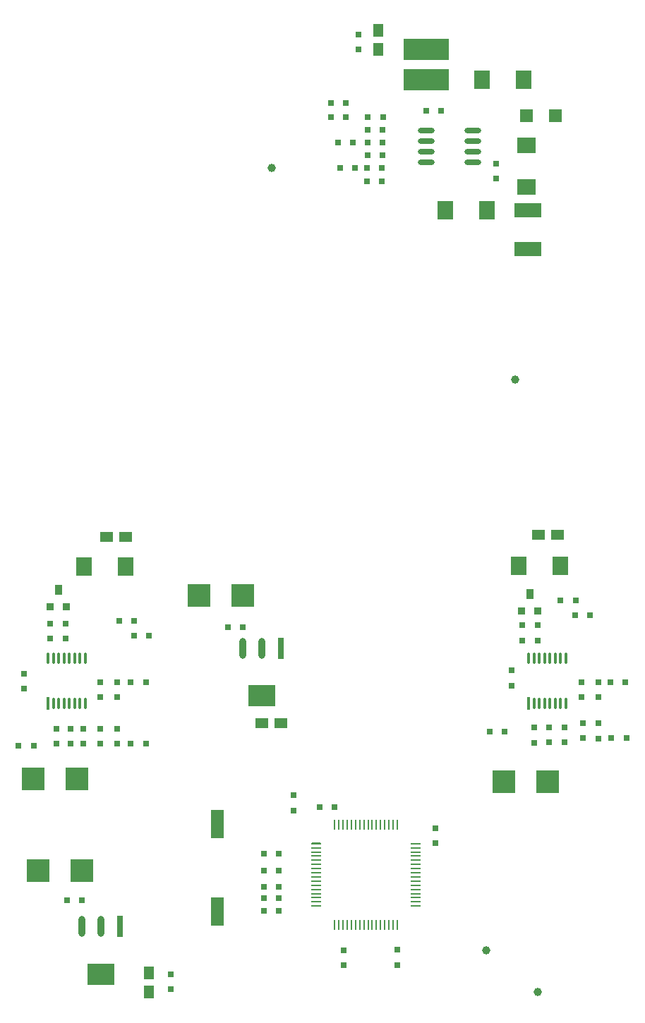
<source format=gtp>
G04 Layer_Color=8421504*
%FSLAX25Y25*%
%MOIN*%
G70*
G01*
G75*
%ADD10R,0.03000X0.03000*%
%ADD11R,0.03150X0.09843*%
%ADD12O,0.03150X0.09843*%
%ADD13R,0.12598X0.09843*%
%ADD14R,0.10827X0.10827*%
%ADD15R,0.06000X0.05000*%
%ADD16R,0.01378X0.05906*%
%ADD17O,0.01378X0.05906*%
%ADD18R,0.03000X0.03000*%
%ADD19R,0.03600X0.05000*%
%ADD20R,0.03600X0.03600*%
%ADD21R,0.07500X0.09000*%
%ADD22C,0.03937*%
%ADD23R,0.06000X0.13780*%
%ADD24O,0.08000X0.02400*%
%ADD25R,0.05000X0.01000*%
%ADD26O,0.05000X0.01000*%
%ADD27R,0.01000X0.05000*%
%ADD28R,0.21654X0.09843*%
%ADD29R,0.12500X0.06787*%
%ADD30R,0.09000X0.07500*%
%ADD31R,0.05000X0.06000*%
%ADD32R,0.06000X0.06000*%
D10*
X150755Y130500D02*
D03*
X157842D02*
D03*
X114500Y215500D02*
D03*
X107413D02*
D03*
X271413Y221000D02*
D03*
X278500D02*
D03*
X264500Y228000D02*
D03*
X271587D02*
D03*
X288500Y163000D02*
D03*
X295587D02*
D03*
X288000Y189500D02*
D03*
X295087D02*
D03*
X253587Y216500D02*
D03*
X246500D02*
D03*
X63000Y211500D02*
D03*
X70087D02*
D03*
X253587Y209000D02*
D03*
X246500D02*
D03*
X230913Y166000D02*
D03*
X238000D02*
D03*
X8500Y159500D02*
D03*
X15587D02*
D03*
X61500Y160500D02*
D03*
X68587D02*
D03*
X61500Y189500D02*
D03*
X68587D02*
D03*
X56000Y218500D02*
D03*
X63087D02*
D03*
X30587Y217000D02*
D03*
X23500D02*
D03*
X180087Y426000D02*
D03*
X173000D02*
D03*
X167500Y432500D02*
D03*
X160413D02*
D03*
X180087D02*
D03*
X173000D02*
D03*
X180500Y444500D02*
D03*
X173413D02*
D03*
X180500Y450500D02*
D03*
X173413D02*
D03*
X180587Y456500D02*
D03*
X173500D02*
D03*
X156000Y463000D02*
D03*
X163087D02*
D03*
Y456500D02*
D03*
X156000D02*
D03*
X131500Y87500D02*
D03*
X124413D02*
D03*
X38500Y86500D02*
D03*
X31413D02*
D03*
X30587Y210000D02*
D03*
X23500D02*
D03*
X166500Y444500D02*
D03*
X159413D02*
D03*
X180500Y438500D02*
D03*
X173413D02*
D03*
X201000Y459500D02*
D03*
X208087D02*
D03*
X124413Y81500D02*
D03*
X131500D02*
D03*
X131487Y100359D02*
D03*
X124400D02*
D03*
X131487Y108500D02*
D03*
X124400D02*
D03*
X131487Y92859D02*
D03*
X124400D02*
D03*
D11*
X132555Y205500D02*
D03*
X56555Y74000D02*
D03*
D12*
X123500Y205500D02*
D03*
X114445D02*
D03*
X47500Y74000D02*
D03*
X38445D02*
D03*
D13*
X123555Y183000D02*
D03*
X47555Y51500D02*
D03*
D14*
X114500Y230500D02*
D03*
X93831D02*
D03*
X258500Y142500D02*
D03*
X237831D02*
D03*
X36008Y143858D02*
D03*
X15338D02*
D03*
X38500Y100500D02*
D03*
X17831D02*
D03*
D15*
X123500Y170000D02*
D03*
X132500D02*
D03*
X263000Y259000D02*
D03*
X254000D02*
D03*
X59000Y258000D02*
D03*
X50000D02*
D03*
D16*
X249500Y179500D02*
D03*
X22500D02*
D03*
D17*
X252000D02*
D03*
X254500D02*
D03*
X257000D02*
D03*
X259500D02*
D03*
X262000D02*
D03*
X264500D02*
D03*
X267000D02*
D03*
Y200760D02*
D03*
X264500D02*
D03*
X262000D02*
D03*
X259500D02*
D03*
X257000D02*
D03*
X254500D02*
D03*
X252000D02*
D03*
X249500D02*
D03*
X25000Y179500D02*
D03*
X27500D02*
D03*
X30000D02*
D03*
X32500D02*
D03*
X35000D02*
D03*
X37500D02*
D03*
X40000D02*
D03*
Y200760D02*
D03*
X37500D02*
D03*
X35000D02*
D03*
X32500D02*
D03*
X30000D02*
D03*
X27500D02*
D03*
X25000D02*
D03*
X22500D02*
D03*
D18*
X282500Y189587D02*
D03*
Y182500D02*
D03*
Y162913D02*
D03*
Y170000D02*
D03*
X274500Y189587D02*
D03*
Y182500D02*
D03*
X275000Y170087D02*
D03*
Y163000D02*
D03*
X259000Y168087D02*
D03*
Y161000D02*
D03*
X252000Y168000D02*
D03*
Y160913D02*
D03*
X266500Y168087D02*
D03*
Y161000D02*
D03*
X47000Y167500D02*
D03*
Y160413D02*
D03*
X241500Y187913D02*
D03*
Y195000D02*
D03*
X55000Y189500D02*
D03*
Y182413D02*
D03*
Y160500D02*
D03*
Y167587D02*
D03*
X11000Y186500D02*
D03*
Y193587D02*
D03*
X234000Y427413D02*
D03*
Y434500D02*
D03*
X47000Y189587D02*
D03*
Y182500D02*
D03*
X33000Y167500D02*
D03*
Y160413D02*
D03*
X39000Y167500D02*
D03*
Y160413D02*
D03*
X26500Y167500D02*
D03*
Y160413D02*
D03*
X169000Y495587D02*
D03*
Y488500D02*
D03*
X205500Y120500D02*
D03*
Y113413D02*
D03*
X138500Y128913D02*
D03*
Y136000D02*
D03*
X187500Y55913D02*
D03*
Y63000D02*
D03*
X162003Y55772D02*
D03*
Y62859D02*
D03*
X80500Y44413D02*
D03*
Y51500D02*
D03*
D19*
X250000Y231000D02*
D03*
X27300Y233000D02*
D03*
D20*
X246200Y223000D02*
D03*
X253700D02*
D03*
X23500Y225000D02*
D03*
X31000D02*
D03*
D21*
X244815Y244500D02*
D03*
X264500D02*
D03*
X39500Y244000D02*
D03*
X59185D02*
D03*
X247185Y474000D02*
D03*
X227500D02*
D03*
X210000Y412500D02*
D03*
X229685D02*
D03*
D22*
X243000Y332500D02*
D03*
X229460Y62788D02*
D03*
X253677Y43149D02*
D03*
X128000Y432500D02*
D03*
D23*
X102500Y81000D02*
D03*
Y122339D02*
D03*
D24*
X223000Y450000D02*
D03*
Y445000D02*
D03*
Y440000D02*
D03*
Y435000D02*
D03*
X201000D02*
D03*
Y440000D02*
D03*
Y445000D02*
D03*
Y450000D02*
D03*
D25*
X148983Y89623D02*
D03*
Y85686D02*
D03*
Y91591D02*
D03*
Y111276D02*
D03*
Y109308D02*
D03*
Y107339D02*
D03*
Y105371D02*
D03*
Y93560D02*
D03*
Y87654D02*
D03*
Y97497D02*
D03*
X196228Y87654D02*
D03*
X148983Y83717D02*
D03*
Y99465D02*
D03*
Y103402D02*
D03*
X196228Y113245D02*
D03*
Y111276D02*
D03*
Y109308D02*
D03*
Y107339D02*
D03*
Y105371D02*
D03*
Y103402D02*
D03*
Y101434D02*
D03*
Y99465D02*
D03*
Y97497D02*
D03*
Y95528D02*
D03*
Y93560D02*
D03*
Y91591D02*
D03*
Y89623D02*
D03*
Y85686D02*
D03*
Y83717D02*
D03*
X148983Y101434D02*
D03*
Y95528D02*
D03*
D26*
X148984Y113245D02*
D03*
D27*
X177527Y74859D02*
D03*
X175558D02*
D03*
X173590D02*
D03*
X179495D02*
D03*
X161779D02*
D03*
X183432D02*
D03*
X169653Y122103D02*
D03*
X187369Y74859D02*
D03*
X185401D02*
D03*
X181464D02*
D03*
X171621D02*
D03*
X169653D02*
D03*
X167684D02*
D03*
X165716D02*
D03*
X163747D02*
D03*
X159810D02*
D03*
X157842D02*
D03*
X157842Y122103D02*
D03*
X159810D02*
D03*
X165716D02*
D03*
X167684D02*
D03*
X171621D02*
D03*
X173590D02*
D03*
X175558D02*
D03*
X177527D02*
D03*
X179495D02*
D03*
X181464D02*
D03*
X183432D02*
D03*
X185401D02*
D03*
X187369D02*
D03*
X163747D02*
D03*
X161779D02*
D03*
D28*
X201000Y474000D02*
D03*
Y488567D02*
D03*
D29*
X249000Y394000D02*
D03*
Y412500D02*
D03*
D30*
X248500Y423500D02*
D03*
Y443185D02*
D03*
D31*
X70000Y52000D02*
D03*
Y43000D02*
D03*
X178500Y497500D02*
D03*
Y488500D02*
D03*
D32*
X262000Y457000D02*
D03*
X248500D02*
D03*
M02*

</source>
